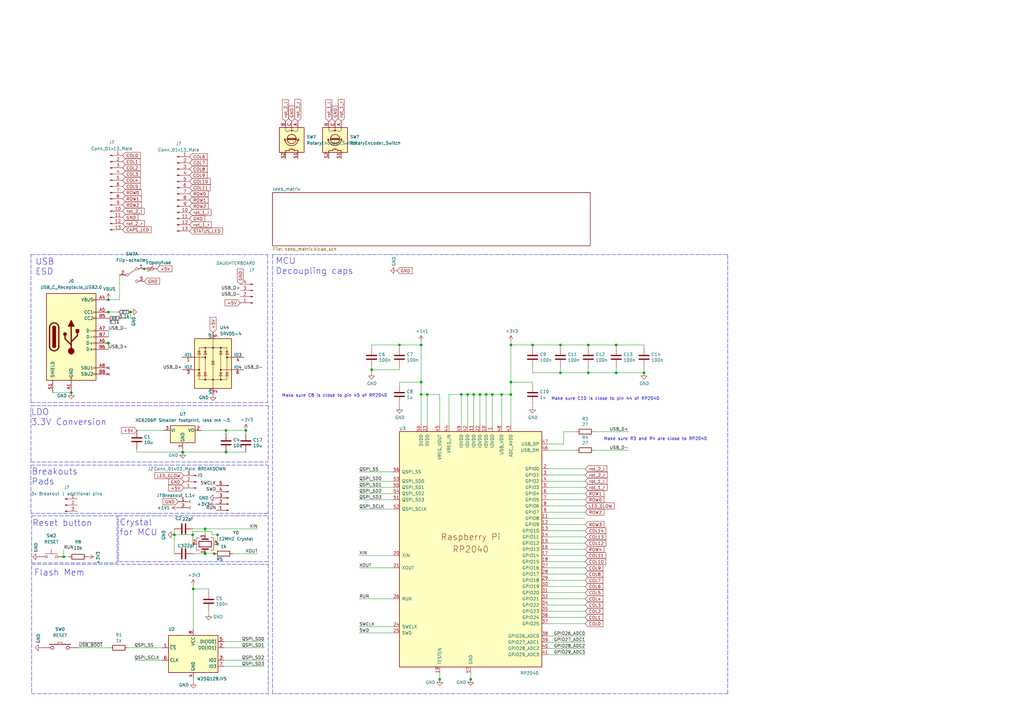
<source format=kicad_sch>
(kicad_sch (version 20211123) (generator eeschema)
  (paper "A3")
  (title_block (title "Rp2040 __template__") (date "2020-12-18") (rev "REV 0.1") (company "scattered_lenity.space"))
  (lib_symbols
    (symbol "Connector:Conn_01x02_Female" (pin_names (offset 1.016) hide)
      (property "Reference" "J" (at 0 2.54 0))
      (property "Value" "Conn_01x02_Female" (at 0 -5.08 0))
      (symbol "Conn_01x02_Female_1_1"
        (pin passive line (at -5.08 0 0) (length 3.81) (name "Pin_1") (number "1"))
        (pin passive line (at -5.08 -2.54 0) (length 3.81) (name "Pin_2") (number "2"))
      )
    )
    (symbol "Connector:Conn_01x03_Male" (pin_names (offset 1.016) hide)
      (property "Reference" "J" (at 0 5.08 0))
      (property "Value" "Conn_01x03_Male" (at 0 -5.08 0))
      (symbol "Conn_01x03_Male_1_1"
        (pin passive line (at 5.08 2.54 180) (length 3.81) (name "Pin_1") (number "1"))
        (pin passive line (at 5.08 0 180) (length 3.81) (name "Pin_2") (number "2"))
        (pin passive line (at 5.08 -2.54 180) (length 3.81) (name "Pin_3") (number "3"))
      )
    )
    (symbol "Connector:Conn_01x04_Male" (pin_names (offset 1.016) hide)
      (property "Reference" "J" (at 0 5.08 0))
      (property "Value" "Conn_01x04_Male" (at 0 -7.62 0))
      (symbol "Conn_01x04_Male_1_1"
        (pin passive line (at 5.08 2.54 180) (length 3.81) (name "Pin_1") (number "1"))
        (pin passive line (at 5.08 0 180) (length 3.81) (name "Pin_2") (number "2"))
        (pin passive line (at 5.08 -2.54 180) (length 3.81) (name "Pin_3") (number "3"))
        (pin passive line (at 5.08 -5.08 180) (length 3.81) (name "Pin_4") (number "4"))
      )
    )
    (symbol "Connector:Conn_01x05_Male" (pin_names (offset 1.016) hide)
      (property "Reference" "J" (at 0 7.62 0))
      (property "Value" "Conn_01x05_Male" (at 0 -7.62 0))
      (symbol "Conn_01x05_Male_1_1"
        (pin passive line (at 5.08 5.08 180) (length 3.81) (name "Pin_1") (number "1"))
        (pin passive line (at 5.08 2.54 180) (length 3.81) (name "Pin_2") (number "2"))
        (pin passive line (at 5.08 0 180) (length 3.81) (name "Pin_3") (number "3"))
        (pin passive line (at 5.08 -2.54 180) (length 3.81) (name "Pin_4") (number "4"))
        (pin passive line (at 5.08 -5.08 180) (length 3.81) (name "Pin_5") (number "5"))
      )
    )
    (symbol "Connector:Conn_01x13_Male" (pin_names (offset 1.016) hide)
      (property "Reference" "J" (at 0 17.78 0))
      (property "Value" "Conn_01x13_Male" (at 0 -17.78 0))
      (symbol "Conn_01x13_Male_1_1"
        (pin passive line (at 5.08 15.24 180) (length 3.81) (name "Pin_1") (number "1"))
        (pin passive line (at 5.08 -7.62 180) (length 3.81) (name "Pin_10") (number "10"))
        (pin passive line (at 5.08 -10.16 180) (length 3.81) (name "Pin_11") (number "11"))
        (pin passive line (at 5.08 -12.7 180) (length 3.81) (name "Pin_12") (number "12"))
        (pin passive line (at 5.08 -15.24 180) (length 3.81) (name "Pin_13") (number "13"))
        (pin passive line (at 5.08 12.7 180) (length 3.81) (name "Pin_2") (number "2"))
        (pin passive line (at 5.08 10.16 180) (length 3.81) (name "Pin_3") (number "3"))
        (pin passive line (at 5.08 7.62 180) (length 3.81) (name "Pin_4") (number "4"))
        (pin passive line (at 5.08 5.08 180) (length 3.81) (name "Pin_5") (number "5"))
        (pin passive line (at 5.08 2.54 180) (length 3.81) (name "Pin_6") (number "6"))
        (pin passive line (at 5.08 0 180) (length 3.81) (name "Pin_7") (number "7"))
        (pin passive line (at 5.08 -2.54 180) (length 3.81) (name "Pin_8") (number "8"))
        (pin passive line (at 5.08 -5.08 180) (length 3.81) (name "Pin_9") (number "9"))
      )
    )
    (symbol "Connector:USB_C_Receptacle_USB2.0" (pin_names (offset 1.016))
      (property "Reference" "J" (at -10.16 19.05 0))
      (property "Value" "USB_C_Receptacle_USB2.0" (at 19.05 19.05 0))
      (symbol "USB_C_Receptacle_USB2.0_1_1"
        (pin passive line (at 0 -22.86 90) (length 5.08) (name "GND") (number "A1"))
        (pin passive line (at 0 -22.86 90) (length 5.08) hide (name "GND") (number "A12"))
        (pin passive line (at 15.24 15.24 180) (length 5.08) (name "VBUS") (number "A4"))
        (pin bidirectional line (at 15.24 10.16 180) (length 5.08) (name "CC1") (number "A5"))
        (pin bidirectional line (at 15.24 -2.54 180) (length 5.08) (name "D+") (number "A6"))
        (pin bidirectional line (at 15.24 2.54 180) (length 5.08) (name "D-") (number "A7"))
        (pin bidirectional line (at 15.24 -12.7 180) (length 5.08) (name "SBU1") (number "A8"))
        (pin passive line (at 15.24 15.24 180) (length 5.08) hide (name "VBUS") (number "A9"))
        (pin passive line (at 0 -22.86 90) (length 5.08) hide (name "GND") (number "B1"))
        (pin passive line (at 0 -22.86 90) (length 5.08) hide (name "GND") (number "B12"))
        (pin passive line (at 15.24 15.24 180) (length 5.08) hide (name "VBUS") (number "B4"))
        (pin bidirectional line (at 15.24 7.62 180) (length 5.08) (name "CC2") (number "B5"))
        (pin bidirectional line (at 15.24 -5.08 180) (length 5.08) (name "D+") (number "B6"))
        (pin bidirectional line (at 15.24 0 180) (length 5.08) (name "D-") (number "B7"))
        (pin bidirectional line (at 15.24 -15.24 180) (length 5.08) (name "SBU2") (number "B8"))
        (pin passive line (at 15.24 15.24 180) (length 5.08) hide (name "VBUS") (number "B9"))
        (pin passive line (at -7.62 -22.86 90) (length 5.08) (name "SHIELD") (number "S1"))
      )
    )
    (symbol "Device:C" (pin_numbers hide) (pin_names (offset 0.254))
      (property "Reference" "C" (at 0.635 2.54 0))
      (property "Value" "C" (at 0.635 -2.54 0))
      (symbol "C_1_1"
        (pin passive line (at 0 3.81 270) (length 2.794) (name "~") (number "1"))
        (pin passive line (at 0 -3.81 90) (length 2.794) (name "~") (number "2"))
      )
    )
    (symbol "Device:Crystal_GND24" (pin_names (offset 1.016) hide)
      (property "Reference" "Y" (at 3.175 5.08 0))
      (property "Value" "Crystal_GND24" (at 3.175 3.175 0))
      (symbol "Crystal_GND24_1_1"
        (pin passive line (at -3.81 0 0) (length 1.27) (name "1") (number "1"))
        (pin passive line (at 0 5.08 270) (length 1.27) (name "2") (number "2"))
        (pin passive line (at 3.81 0 180) (length 1.27) (name "3") (number "3"))
        (pin passive line (at 0 -5.08 90) (length 1.27) (name "4") (number "4"))
      )
    )
    (symbol "Device:Polyfuse_Small" (pin_numbers hide) (pin_names (offset 0))
      (property "Reference" "F" (at -1.905 0 90))
      (property "Value" "Polyfuse_Small" (at 1.905 0 90))
      (symbol "Polyfuse_Small_1_1"
        (pin passive line (at 0 2.54 270) (length 0.635) (name "~") (number "1"))
        (pin passive line (at 0 -2.54 90) (length 0.635) (name "~") (number "2"))
      )
    )
    (symbol "Device:R" (pin_numbers hide) (pin_names (offset 0))
      (property "Reference" "R" (at 2.032 0 90))
      (property "Value" "R" (at 0 0 90))
      (symbol "R_1_1"
        (pin passive line (at 0 3.81 270) (length 1.27) (name "~") (number "1"))
        (pin passive line (at 0 -3.81 90) (length 1.27) (name "~") (number "2"))
      )
    )
    (symbol "Device:R_Small" (pin_numbers hide) (pin_names (offset 0.254) hide)
      (property "Reference" "R" (at 0.762 0.508 0))
      (property "Value" "R_Small" (at 0.762 -1.016 0))
      (symbol "R_Small_1_1"
        (pin passive line (at 0 2.54 270) (length 0.762) (name "~") (number "1"))
        (pin passive line (at 0 -2.54 90) (length 0.762) (name "~") (number "2"))
      )
    )
    (symbol "Device:RotaryEncoder_Switch" (pin_names (offset 0.254) hide)
      (property "Reference" "SW" (at 0 6.604 0))
      (property "Value" "RotaryEncoder_Switch" (at 0 -6.604 0))
      (symbol "RotaryEncoder_Switch_1_1"
        (pin passive line (at -7.62 2.54 0) (length 2.54) (name "A") (number "A"))
        (pin passive line (at -7.62 -2.54 0) (length 2.54) (name "B") (number "B"))
        (pin passive line (at -7.62 0 0) (length 2.54) (name "C") (number "C"))
        (pin passive line (at 7.62 2.54 180) (length 2.54) (name "S1") (number "S1"))
        (pin passive line (at 7.62 -2.54 180) (length 2.54) (name "S2") (number "S2"))
      )
    )
    (symbol "MCU_RaspberryPi_RP2040:RP2040" (pin_names (offset 1.016))
      (property "Reference" "U" (at -29.21 49.53 0))
      (property "Value" "RP2040" (at 24.13 -49.53 0))
      (symbol "RP2040_0_0"
        (text "Raspberry Pi" (at 0 5.08 0) (effects (font (size 2.54 2.54))))
        (text "RP2040" (at 0 0 0) (effects (font (size 2.54 2.54))))
      )
      (symbol "RP2040_1_1"
        (pin power_in line (at 8.89 50.8 270) (length 2.54) (name "IOVDD") (number "1"))
        (pin power_in line (at 6.35 50.8 270) (length 2.54) (name "IOVDD") (number "10"))
        (pin bidirectional line (at 31.75 12.7 180) (length 2.54) (name "GPIO8") (number "11"))
        (pin bidirectional line (at 31.75 10.16 180) (length 2.54) (name "GPIO9") (number "12"))
        (pin bidirectional line (at 31.75 7.62 180) (length 2.54) (name "GPIO10") (number "13"))
        (pin bidirectional line (at 31.75 5.08 180) (length 2.54) (name "GPIO11") (number "14"))
        (pin bidirectional line (at 31.75 2.54 180) (length 2.54) (name "GPIO12") (number "15"))
        (pin bidirectional line (at 31.75 0 180) (length 2.54) (name "GPIO13") (number "16"))
        (pin bidirectional line (at 31.75 -2.54 180) (length 2.54) (name "GPIO14") (number "17"))
        (pin bidirectional line (at 31.75 -5.08 180) (length 2.54) (name "GPIO15") (number "18"))
        (pin passive line (at -12.7 -50.8 90) (length 2.54) (name "TESTEN") (number "19"))
        (pin bidirectional line (at 31.75 33.02 180) (length 2.54) (name "GPIO0") (number "2"))
        (pin input line (at -31.75 -2.54 0) (length 2.54) (name "XIN") (number "20"))
        (pin passive line (at -31.75 -7.62 0) (length 2.54) (name "XOUT") (number "21"))
        (pin power_in line (at 3.81 50.8 270) (length 2.54) (name "IOVDD") (number "22"))
        (pin power_in line (at -17.78 50.8 270) (length 2.54) (name "DVDD") (number "23"))
        (pin output line (at -31.75 -31.75 0) (length 2.54) (name "SWCLK") (number "24"))
        (pin bidirectional line (at -31.75 -34.29 0) (length 2.54) (name "SWD") (number "25"))
        (pin input line (at -31.75 -20.32 0) (length 2.54) (name "RUN") (number "26"))
        (pin bidirectional line (at 31.75 -7.62 180) (length 2.54) (name "GPIO16") (number "27"))
        (pin bidirectional line (at 31.75 -10.16 180) (length 2.54) (name "GPIO17") (number "28"))
        (pin bidirectional line (at 31.75 -12.7 180) (length 2.54) (name "GPIO18") (number "29"))
        (pin bidirectional line (at 31.75 30.48 180) (length 2.54) (name "GPIO1") (number "3"))
        (pin bidirectional line (at 31.75 -15.24 180) (length 2.54) (name "GPIO19") (number "30"))
        (pin bidirectional line (at 31.75 -17.78 180) (length 2.54) (name "GPIO20") (number "31"))
        (pin bidirectional line (at 31.75 -20.32 180) (length 2.54) (name "GPIO21") (number "32"))
        (pin power_in line (at 1.27 50.8 270) (length 2.54) (name "IOVDD") (number "33"))
        (pin bidirectional line (at 31.75 -22.86 180) (length 2.54) (name "GPIO22") (number "34"))
        (pin bidirectional line (at 31.75 -25.4 180) (length 2.54) (name "GPIO23") (number "35"))
        (pin bidirectional line (at 31.75 -27.94 180) (length 2.54) (name "GPIO24") (number "36"))
        (pin bidirectional line (at 31.75 -30.48 180) (length 2.54) (name "GPIO25") (number "37"))
        (pin bidirectional line (at 31.75 -35.56 180) (length 2.54) (name "GPIO26_ADC0") (number "38"))
        (pin bidirectional line (at 31.75 -38.1 180) (length 2.54) (name "GPIO27_ADC1") (number "39"))
        (pin bidirectional line (at 31.75 27.94 180) (length 2.54) (name "GPIO2") (number "4"))
        (pin bidirectional line (at 31.75 -40.64 180) (length 2.54) (name "GPIO28_ADC2") (number "40"))
        (pin bidirectional line (at 31.75 -43.18 180) (length 2.54) (name "GPIO29_ADC3") (number "41"))
        (pin power_in line (at -1.27 50.8 270) (length 2.54) (name "IOVDD") (number "42"))
        (pin power_in line (at 16.51 50.8 270) (length 2.54) (name "ADC_AVDD") (number "43"))
        (pin power_in line (at -8.89 50.8 270) (length 2.54) (name "VREG_IN") (number "44"))
        (pin power_out line (at -12.7 50.8 270) (length 2.54) (name "VREG_VOUT") (number "45"))
        (pin bidirectional line (at 31.75 40.64 180) (length 2.54) (name "USB_DM") (number "46"))
        (pin bidirectional line (at 31.75 43.18 180) (length 2.54) (name "USB_DP") (number "47"))
        (pin power_in line (at 12.7 50.8 270) (length 2.54) (name "USB_VDD") (number "48"))
        (pin power_in line (at -3.81 50.8 270) (length 2.54) (name "IOVDD") (number "49"))
        (pin bidirectional line (at 31.75 25.4 180) (length 2.54) (name "GPIO3") (number "5"))
        (pin power_in line (at -20.32 50.8 270) (length 2.54) (name "DVDD") (number "50"))
        (pin bidirectional line (at -31.75 20.32 0) (length 2.54) (name "QSPI_SD3") (number "51"))
        (pin output line (at -31.75 16.51 0) (length 2.54) (name "QSPI_SCLK") (number "52"))
        (pin bidirectional line (at -31.75 27.94 0) (length 2.54) (name "QSPI_SD0") (number "53"))
        (pin bidirectional line (at -31.75 22.86 0) (length 2.54) (name "QSPI_SD2") (number "54"))
        (pin bidirectional line (at -31.75 25.4 0) (length 2.54) (name "QSPI_SD1") (number "55"))
        (pin bidirectional line (at -31.75 31.75 0) (length 2.54) (name "QSPI_SS") (number "56"))
        (pin power_in line (at 0 -50.8 90) (length 2.54) (name "GND") (number "57"))
        (pin bidirectional line (at 31.75 22.86 180) (length 2.54) (name "GPIO4") (number "6"))
        (pin bidirectional line (at 31.75 20.32 180) (length 2.54) (name "GPIO5") (number "7"))
        (pin bidirectional line (at 31.75 17.78 180) (length 2.54) (name "GPIO6") (number "8"))
        (pin bidirectional line (at 31.75 15.24 180) (length 2.54) (name "GPIO7") (number "9"))
      )
    )
    (symbol "Memory_Flash:W25Q128JVS"
      (property "Reference" "U" (at -8.89 8.89 0))
      (property "Value" "W25Q128JVS" (at 7.62 8.89 0))
      (symbol "W25Q128JVS_1_1"
        (pin input line (at -12.7 2.54 0) (length 2.54) (name "~{CS}") (number "1"))
        (pin bidirectional line (at 12.7 2.54 180) (length 2.54) (name "DO(IO1)") (number "2"))
        (pin bidirectional line (at 12.7 -2.54 180) (length 2.54) (name "IO2") (number "3"))
        (pin power_in line (at 0 -10.16 90) (length 2.54) (name "GND") (number "4"))
        (pin bidirectional line (at 12.7 5.08 180) (length 2.54) (name "DI(IO0)") (number "5"))
        (pin input line (at -12.7 -2.54 0) (length 2.54) (name "CLK") (number "6"))
        (pin bidirectional line (at 12.7 -5.08 180) (length 2.54) (name "IO3") (number "7"))
        (pin power_in line (at 0 10.16 270) (length 2.54) (name "VCC") (number "8"))
      )
    )
    (symbol "Power_Protection:SRV05-4" (pin_names (offset 0))
      (property "Reference" "U" (at -5.08 11.43 0))
      (property "Value" "SRV05-4" (at 2.54 11.43 0))
      (symbol "SRV05-4_1_1"
        (pin passive line (at -12.7 2.54 0) (length 5.08) (name "IO1") (number "1"))
        (pin passive line (at 0 -12.7 90) (length 2.54) (name "VN") (number "2"))
        (pin passive line (at -12.7 -2.54 0) (length 5.08) (name "IO2") (number "3"))
        (pin passive line (at 12.7 2.54 180) (length 5.08) (name "IO3") (number "4"))
        (pin passive line (at 0 12.7 270) (length 2.54) (name "VP") (number "5"))
        (pin passive line (at 12.7 -2.54 180) (length 5.08) (name "IO4") (number "6"))
      )
    )
    (symbol "Regulator_Linear:XC6206PxxxMR" (pin_names (offset 0.254))
      (property "Reference" "U" (at -3.81 3.175 0))
      (property "Value" "XC6206PxxxMR" (at 0 3.175 0))
      (symbol "XC6206PxxxMR_1_1"
        (pin power_in line (at 0 -7.62 90) (length 2.54) (name "GND") (number "1"))
        (pin power_out line (at 7.62 0 180) (length 2.54) (name "VO") (number "2"))
        (pin power_in line (at -7.62 0 0) (length 2.54) (name "VI") (number "3"))
      )
    )
    (symbol "Switch:SW_DPDT_x2" (pin_names (offset 0) hide)
      (property "Reference" "SW" (at 0 4.318 0))
      (property "Value" "SW_DPDT_x2" (at 0 -5.08 0))
      (symbol "SW_DPDT_x2_1_1"
        (pin passive line (at 5.08 2.54 180) (length 2.54) (name "A") (number "1"))
        (pin passive line (at -5.08 0 0) (length 2.54) (name "B") (number "2"))
        (pin passive line (at 5.08 -2.54 180) (length 2.54) (name "C") (number "3"))
      )
      (symbol "SW_DPDT_x2_2_1"
        (pin passive line (at 5.08 2.54 180) (length 2.54) (name "A") (number "4"))
        (pin passive line (at -5.08 0 0) (length 2.54) (name "B") (number "5"))
        (pin passive line (at 5.08 -2.54 180) (length 2.54) (name "C") (number "6"))
      )
    )
    (symbol "Switch:SW_Push" (pin_numbers hide) (pin_names (offset 1.016) hide)
      (property "Reference" "SW" (at 1.27 2.54 0))
      (property "Value" "SW_Push" (at 0 -1.524 0))
      (symbol "SW_Push_0_1"
        (pin passive line (at -5.08 0 0) (length 2.54) (name "1") (number "1"))
        (pin passive line (at 5.08 0 180) (length 2.54) (name "2") (number "2"))
      )
    )
    (symbol "cipulot_parts:SW_PUSH" (pin_numbers hide) (pin_names (offset 1.016) hide)
      (property "Reference" "SW" (at 3.81 2.794 0))
      (property "Value" "SW_PUSH" (at 0 -2.032 0))
      (symbol "SW_PUSH_0_1"
        (pin passive inverted (at -7.62 0 0) (length 5.08) (name "1") (number "1"))
        (pin passive inverted (at 7.62 0 180) (length 5.08) (name "2") (number "2"))
      )
    )
    (symbol "power:+1V1" (power) (pin_names (offset 0))
      (property "Value" "+1V1" (at 0 3.556 0))
      (symbol "+1V1_1_1"
        (pin power_in line (at 0 0 90) (length 0) hide (name "+1V1") (number "1"))
      )
    )
    (symbol "power:+3V3" (power) (pin_names (offset 0))
      (property "Value" "+3V3" (at 0 3.556 0))
      (symbol "+3V3_1_1"
        (pin power_in line (at 0 0 90) (length 0) hide (name "+3V3") (number "1"))
      )
    )
    (symbol "power:GND" (power) (pin_names (offset 0))
      (property "Value" "GND" (at 0 -3.81 0))
      (symbol "GND_1_1"
        (pin power_in line (at 0 0 270) (length 0) hide (name "GND") (number "1"))
      )
    )
    (symbol "power:VBUS" (power) (pin_names (offset 0))
      (property "Value" "VBUS" (at 0 3.81 0))
      (symbol "VBUS_1_1"
        (pin power_in line (at 0 0 90) (length 0) hide (name "VBUS") (number "1"))
      )
    )
  )
  (junction (at 209.55 156.718))
  (junction (at 44.45 122.936))
  (junction (at 241.3 152.908))
  (junction (at 189.23 161.798))
  (junction (at 191.77 161.798))
  (junction (at 44.45 140.716))
  (junction (at 92.71 185.42))
  (junction (at 29.21 161.036))
  (junction (at 100.838 176.53))
  (junction (at 79.248 241.554))
  (junction (at 194.31 161.798))
  (junction (at 71.5264 219.3544))
  (junction (at 84.1248 216.916))
  (junction (at 84.1248 226.9744))
  (junction (at 53.5432 127.9652))
  (junction (at 44.45 128.016))
  (junction (at 205.74 161.798))
  (junction (at 89.2048 223.1644))
  (junction (at 79.0448 219.3544))
  (junction (at 241.3 141.478))
  (junction (at 196.85 161.798))
  (junction (at 172.72 141.478))
  (junction (at 172.72 161.798))
  (junction (at 163.83 141.478))
  (junction (at 252.73 141.478))
  (junction (at 74.93 185.42))
  (junction (at 152.4 151.638))
  (junction (at 264.16 152.908))
  (junction (at 180.34 278.6126))
  (junction (at 193.04 278.6126))
  (junction (at 175.26 161.798))
  (junction (at 59.182 110.236))
  (junction (at 26.162 228.346))
  (junction (at 201.93 161.798))
  (junction (at 209.55 161.798))
  (junction (at 172.72 156.718))
  (junction (at 89.2302 219.3544))
  (junction (at 209.55 141.478))
  (junction (at 74.93 185.5216))
  (junction (at 44.5262 140.6906))
  (junction (at 84.1248 227.076))
  (junction (at 87.884 227.076))
  (junction (at 252.73 152.908))
  (junction (at 92.71 176.53))
  (junction (at 218.44 141.478))
  (junction (at 229.87 152.908))
  (junction (at 199.39 161.798))
  (junction (at 229.87 141.478))
  (no_connect (at 44.45 153.416))
  (no_connect (at 44.45 150.876))
  (wire (pts (xy 161.29 257.048) (xy 147.32 257.048)))
  (wire (pts (xy 79.1464 227.076) (xy 84.1248 227.076)))
  (wire (pts (xy 147.32 202.438) (xy 161.29 202.438)))
  (wire (pts (xy 224.79 220.218) (xy 240.03 220.218)))
  (wire (pts (xy 224.79 199.898) (xy 240.03 199.898)))
  (wire (pts (xy 201.93 161.798) (xy 205.74 161.798)))
  (wire (pts (xy 59.182 110.2614) (xy 59.182 110.236)))
  (wire (pts (xy 229.87 142.748) (xy 229.87 141.478)))
  (polyline (pts (xy 12.7 189.484) (xy 12.7 166.37)))
  (wire (pts (xy 85.598 241.554) (xy 79.248 241.554)))
  (wire (pts (xy 224.79 194.818) (xy 240.03 194.818)))
  (wire (pts (xy 82.55 176.53) (xy 92.71 176.53)))
  (wire (pts (xy 180.34 161.798) (xy 175.26 161.798)))
  (wire (pts (xy 147.32 197.358) (xy 161.29 197.358)))
  (wire (pts (xy 91.948 270.764) (xy 108.458 270.764)))
  (wire (pts (xy 147.32 199.898) (xy 161.29 199.898)))
  (polyline (pts (xy 12.7 210.566) (xy 12.7 190.754)))
  (wire (pts (xy 79.248 240.284) (xy 79.248 241.554)))
  (wire (pts (xy 199.39 174.498) (xy 199.39 161.798)))
  (wire (pts (xy 74.93 185.42) (xy 74.93 185.5216)))
  (wire (pts (xy 196.85 161.798) (xy 199.39 161.798)))
  (wire (pts (xy 86.9442 217.932) (xy 79.0448 217.932)))
  (wire (pts (xy 163.83 157.988) (xy 163.83 156.718)))
  (polyline (pts (xy 111.76 104.394) (xy 111.76 284.48)))
  (polyline (pts (xy 48.514 230.378) (xy 48.514 211.582)))
  (polyline (pts (xy 12.954 230.886) (xy 48.006 230.886)))
  (wire (pts (xy 53.5686 127.9652) (xy 53.5432 127.9652)))
  (wire (pts (xy 172.72 140.208) (xy 172.72 141.478)))
  (wire (pts (xy 180.34 276.098) (xy 180.34 278.6126)))
  (wire (pts (xy 224.79 222.758) (xy 240.03 222.758)))
  (wire (pts (xy 218.44 150.368) (xy 218.44 152.908)))
  (wire (pts (xy 100.838 177.8) (xy 100.838 176.53)))
  (polyline (pts (xy 12.954 283.972) (xy 12.954 231.394)))
  (wire (pts (xy 224.79 260.858) (xy 240.03 260.858)))
  (wire (pts (xy 71.5264 216.916) (xy 71.5264 219.3544)))
  (wire (pts (xy 175.26 174.498) (xy 175.26 161.798)))
  (wire (pts (xy 26.162 228.346) (xy 28.194 228.346)))
  (wire (pts (xy 224.79 268.478) (xy 240.03 268.478)))
  (wire (pts (xy 224.79 212.598) (xy 240.03 212.598)))
  (wire (pts (xy 44.45 127.9652) (xy 44.45 128.016)))
  (wire (pts (xy 209.55 156.718) (xy 218.44 156.718)))
  (wire (pts (xy 89.2048 223.1644) (xy 89.2302 223.1644)))
  (polyline (pts (xy 12.7 165.1) (xy 12.7 104.394)))
  (wire (pts (xy 44.958 265.684) (xy 32.258 265.684)))
  (wire (pts (xy 209.55 140.208) (xy 209.55 141.478)))
  (wire (pts (xy 264.16 150.368) (xy 264.16 152.908)))
  (wire (pts (xy 44.45 140.716) (xy 44.45 143.256)))
  (wire (pts (xy 193.04 276.098) (xy 193.04 278.6126)))
  (wire (pts (xy 224.79 182.118) (xy 231.14 182.118)))
  (polyline (pts (xy 109.982 231.394) (xy 109.982 284.48)))
  (wire (pts (xy 224.79 207.518) (xy 240.03 207.518)))
  (wire (pts (xy 218.44 141.478) (xy 229.87 141.478)))
  (wire (pts (xy 224.79 243.078) (xy 240.03 243.078)))
  (wire (pts (xy 89.2302 219.3544) (xy 86.9442 219.3544)))
  (wire (pts (xy 224.79 210.058) (xy 240.03 210.058)))
  (wire (pts (xy 224.79 263.398) (xy 240.03 263.398)))
  (wire (pts (xy 56.134 185.42) (xy 74.93 185.42)))
  (polyline (pts (xy 12.954 284.48) (xy 109.982 284.48)))
  (wire (pts (xy 56.134 176.53) (xy 67.31 176.53)))
  (wire (pts (xy 26.162 225.552) (xy 26.162 228.346)))
  (wire (pts (xy 91.948 265.684) (xy 108.458 265.684)))
  (wire (pts (xy 224.79 184.658) (xy 236.22 184.658)))
  (wire (pts (xy 224.79 265.938) (xy 240.03 265.938)))
  (wire (pts (xy 209.55 161.798) (xy 209.55 174.498)))
  (polyline (pts (xy 109.982 211.582) (xy 109.982 230.378)))
  (wire (pts (xy 87.884 226.9744) (xy 87.884 227.076)))
  (wire (pts (xy 86.9442 219.3544) (xy 86.9442 217.932)))
  (polyline (pts (xy 12.7 166.37) (xy 109.982 166.37)))
  (wire (pts (xy 79.0448 223.1644) (xy 79.0448 219.3544)))
  (wire (pts (xy 85.598 250.444) (xy 85.598 251.714)))
  (wire (pts (xy 84.1248 216.916) (xy 105.664 216.916)))
  (wire (pts (xy 49.53 130.556) (xy 53.5686 130.556)))
  (wire (pts (xy 180.34 174.498) (xy 180.34 161.798)))
  (wire (pts (xy 264.16 142.748) (xy 264.16 141.478)))
  (wire (pts (xy 224.79 232.918) (xy 240.03 232.918)))
  (wire (pts (xy 229.87 150.368) (xy 229.87 152.908)))
  (wire (pts (xy 79.248 241.554) (xy 79.248 258.064)))
  (wire (pts (xy 163.83 141.478) (xy 172.72 141.478)))
  (wire (pts (xy 152.4 141.478) (xy 163.83 141.478)))
  (wire (pts (xy 241.3 152.908) (xy 229.87 152.908)))
  (wire (pts (xy 224.79 240.538) (xy 240.03 240.538)))
  (polyline (pts (xy 109.728 104.394) (xy 109.728 165.1)))
  (polyline (pts (xy 12.7 165.1) (xy 109.728 165.1)))
  (wire (pts (xy 229.87 141.478) (xy 241.3 141.478)))
  (wire (pts (xy 172.72 161.798) (xy 172.72 174.498)))
  (wire (pts (xy 189.23 174.498) (xy 189.23 161.798)))
  (wire (pts (xy 89.2556 219.3544) (xy 89.2302 219.3544)))
  (wire (pts (xy 224.79 248.158) (xy 240.03 248.158)))
  (wire (pts (xy 201.93 161.798) (xy 201.93 174.498)))
  (wire (pts (xy 85.598 242.824) (xy 85.598 241.554)))
  (polyline (pts (xy 109.982 210.566) (xy 12.7 210.566)))
  (polyline (pts (xy 12.954 230.886) (xy 12.954 211.582)))
  (polyline (pts (xy 12.7 190.754) (xy 109.982 190.754)))
  (wire (pts (xy 161.29 259.588) (xy 147.32 259.588)))
  (wire (pts (xy 74.93 184.15) (xy 74.93 185.42)))
  (wire (pts (xy 191.77 161.798) (xy 194.31 161.798)))
  (wire (pts (xy 193.04 278.6126) (xy 193.04 278.638)))
  (wire (pts (xy 224.79 202.438) (xy 240.03 202.438)))
  (wire (pts (xy 21.59 161.036) (xy 29.21 161.036)))
  (polyline (pts (xy 109.982 230.378) (xy 48.514 230.378)))
  (wire (pts (xy 95.504 227.076) (xy 105.664 227.076)))
  (wire (pts (xy 100.838 176.53) (xy 92.71 176.53)))
  (polyline (pts (xy 12.954 211.582) (xy 48.006 211.582)))
  (wire (pts (xy 224.79 197.358) (xy 240.03 197.358)))
  (wire (pts (xy 55.118 270.764) (xy 66.548 270.764)))
  (wire (pts (xy 218.44 142.748) (xy 218.44 141.478)))
  (wire (pts (xy 224.79 204.978) (xy 240.03 204.978)))
  (polyline (pts (xy 12.954 231.394) (xy 109.982 231.394)))
  (wire (pts (xy 49.022 122.936) (xy 49.022 112.776)))
  (wire (pts (xy 163.83 151.638) (xy 163.83 150.368)))
  (wire (pts (xy 218.44 157.988) (xy 218.44 156.718)))
  (wire (pts (xy 231.14 177.038) (xy 231.14 182.118)))
  (polyline (pts (xy 12.7 104.394) (xy 109.728 104.394)))
  (wire (pts (xy 241.3 150.368) (xy 241.3 152.908)))
  (polyline (pts (xy 109.982 190.754) (xy 109.982 210.566)))
  (wire (pts (xy 74.93 185.42) (xy 92.71 185.42)))
  (wire (pts (xy 44.45 135.636) (xy 44.45 138.176)))
  (polyline (pts (xy 111.76 284.48) (xy 298.45 284.48)))
  (wire (pts (xy 252.73 141.478) (xy 264.16 141.478)))
  (wire (pts (xy 194.31 161.798) (xy 196.85 161.798)))
  (wire (pts (xy 224.79 253.238) (xy 240.03 253.238)))
  (wire (pts (xy 71.5264 219.3544) (xy 79.0448 219.3544)))
  (wire (pts (xy 44.5262 140.6906) (xy 44.45 140.6906)))
  (wire (pts (xy 209.55 156.718) (xy 209.55 161.798)))
  (wire (pts (xy 241.3 141.478) (xy 252.73 141.478)))
  (wire (pts (xy 161.29 232.918) (xy 147.32 232.918)))
  (wire (pts (xy 152.4 151.638) (xy 163.83 151.638)))
  (wire (pts (xy 89.2302 219.3544) (xy 89.2302 223.1644)))
  (wire (pts (xy 92.71 185.42) (xy 100.838 185.42)))
  (wire (pts (xy 52.578 265.684) (xy 66.548 265.684)))
  (wire (pts (xy 252.73 142.748) (xy 252.73 141.478)))
  (wire (pts (xy 84.1248 227.076) (xy 84.1248 226.9744)))
  (wire (pts (xy 241.3 142.748) (xy 241.3 141.478)))
  (wire (pts (xy 224.79 237.998) (xy 240.03 237.998)))
  (wire (pts (xy 264.16 152.908) (xy 252.73 152.908)))
  (polyline (pts (xy 48.006 211.582) (xy 48.006 230.886)))
  (wire (pts (xy 243.84 177.038) (xy 257.81 177.038)))
  (wire (pts (xy 48.4632 127.9652) (xy 44.45 127.9652)))
  (wire (pts (xy 191.77 174.498) (xy 191.77 161.798)))
  (wire (pts (xy 92.71 177.8) (xy 92.71 176.53)))
  (polyline (pts (xy 298.45 284.48) (xy 298.45 104.394)))
  (wire (pts (xy 71.5264 219.3544) (xy 71.5264 227.076)))
  (wire (pts (xy 152.4 142.748) (xy 152.4 141.478)))
  (wire (pts (xy 205.74 174.498) (xy 205.74 161.798)))
  (wire (pts (xy 172.72 156.718) (xy 172.72 161.798)))
  (wire (pts (xy 224.79 255.778) (xy 240.03 255.778)))
  (wire (pts (xy 91.948 273.304) (xy 108.458 273.304)))
  (wire (pts (xy 152.4 150.368) (xy 152.4 151.638)))
  (wire (pts (xy 79.248 278.384) (xy 79.248 279.654)))
  (wire (pts (xy 161.29 245.618) (xy 147.32 245.618)))
  (wire (pts (xy 184.15 174.498) (xy 184.15 161.798)))
  (wire (pts (xy 79.0448 217.932) (xy 79.0448 219.3544)))
  (wire (pts (xy 180.34 278.6126) (xy 180.34 278.638)))
  (wire (pts (xy 224.79 227.838) (xy 240.03 227.838)))
  (wire (pts (xy 224.79 215.138) (xy 240.03 215.138)))
  (wire (pts (xy 224.79 235.458) (xy 240.03 235.458)))
  (wire (pts (xy 196.85 174.498) (xy 196.85 161.798)))
  (wire (pts (xy 194.31 174.498) (xy 194.31 161.798)))
  (polyline (pts (xy 109.982 166.37) (xy 109.982 189.484)))
  (wire (pts (xy 84.1248 226.9744) (xy 87.884 226.9744)))
  (wire (pts (xy 44.45 122.936) (xy 49.022 122.936)))
  (polyline (pts (xy 48.514 211.582) (xy 109.982 211.582)))
  (wire (pts (xy 44.45 140.6906) (xy 44.45 140.716)))
  (wire (pts (xy 209.55 141.478) (xy 209.55 156.718)))
  (wire (pts (xy 184.15 161.798) (xy 189.23 161.798)))
  (polyline (pts (xy 298.45 104.394) (xy 111.76 104.394)))
  (wire (pts (xy 224.79 225.298) (xy 240.03 225.298)))
  (wire (pts (xy 224.79 217.678) (xy 240.03 217.678)))
  (wire (pts (xy 163.83 165.608) (xy 163.83 166.878)))
  (wire (pts (xy 163.83 142.748) (xy 163.83 141.478)))
  (wire (pts (xy 53.5686 130.556) (xy 53.5686 127.9652)))
  (wire (pts (xy 56.134 184.15) (xy 56.134 185.42)))
  (wire (pts (xy 252.73 150.368) (xy 252.73 152.908)))
  (wire (pts (xy 147.32 204.978) (xy 161.29 204.978)))
  (wire (pts (xy 224.79 250.698) (xy 240.03 250.698)))
  (wire (pts (xy 224.79 245.618) (xy 240.03 245.618)))
  (wire (pts (xy 205.74 161.798) (xy 209.55 161.798)))
  (wire (pts (xy 152.4 151.638) (xy 152.4 152.908)))
  (wire (pts (xy 252.73 152.908) (xy 241.3 152.908)))
  (wire (pts (xy 84.1248 216.916) (xy 84.1248 219.3544)))
  (wire (pts (xy 224.79 192.278) (xy 240.03 192.278)))
  (polyline (pts (xy 12.7 189.484) (xy 109.982 189.484)))
  (wire (pts (xy 209.55 141.478) (xy 218.44 141.478)))
  (wire (pts (xy 79.1464 216.916) (xy 84.1248 216.916)))
  (wire (pts (xy 163.83 156.718) (xy 172.72 156.718)))
  (wire (pts (xy 161.29 193.548) (xy 147.32 193.548)))
  (wire (pts (xy 147.32 227.838) (xy 161.29 227.838)))
  (wire (pts (xy 199.39 161.798) (xy 201.93 161.798)))
  (wire (pts (xy 172.72 141.478) (xy 172.72 156.718)))
  (wire (pts (xy 229.87 152.908) (xy 218.44 152.908)))
  (wire (pts (xy 91.948 263.144) (xy 108.458 263.144)))
  (wire (pts (xy 161.29 208.788) (xy 147.32 208.788)))
  (wire (pts (xy 189.23 161.798) (xy 191.77 161.798)))
  (wire (pts (xy 224.79 230.378) (xy 240.03 230.378)))
  (wire (pts (xy 231.14 177.038) (xy 236.22 177.038)))
  (wire (pts (xy 218.44 165.608) (xy 218.44 166.878)))
  (wire (pts (xy 243.84 184.658) (xy 257.81 184.658)))
  (wire (pts (xy 175.26 161.798) (xy 172.72 161.798)))
  (text "USB\nESD" (at 14.478 113.03 0) (effects (font (size 2.54 2.54)) (justify left bottom)))
  (text "Make sure C8 is close to pin 45 of RP2040" (at 115.57 163.068 0) (effects (font (size 1.27 1.27)) (justify left bottom)))
  (text "Breakouts\nPads\n" (at 12.954 199.136 0) (effects (font (size 2.54 2.54)) (justify left bottom)))
  (text "Make sure R3 and R4 are close to RP2040" (at 247.65 180.848 0) (effects (font (size 1.27 1.27)) (justify left bottom)))
  (text "Crystal\nfor MCU" (at 49.022 219.964 0) (effects (font (size 2.54 2.54)) (justify left bottom)))
  (text "Flash Mem " (at 13.97 236.474 0) (effects (font (size 2.54 2.54)) (justify left bottom)))
  (text "MCU\nDecoupling caps " (at 113.03 112.776 0) (effects (font (size 2.54 2.54)) (justify left bottom)))
  (text "Make sure C10 is close to pin 44 of RP2040" (at 226.06 164.338 0) (effects (font (size 1.27 1.27)) (justify left bottom)))
  (text "Reset button\n" (at 13.208 216.154 0) (effects (font (size 2.54 2.54)) (justify left bottom)))
  (text "LDO\n3.3V Conversion\n" (at 12.7 174.752 0) (effects (font (size 2.54 2.54)) (justify left bottom)))
  (label "RUN" (at 88.646 209.296 180))
  (label "QSPI_SD2" (at 108.458 270.764 180))
  (label "USB_D-" (at 98.552 121.666 180))
  (label "XIN" (at 147.32 227.838 0))
  (label "QSPI_SS" (at 55.118 265.684 0))
  (label "USB_D+" (at 98.552 119.126 180))
  (label "RUN" (at 147.32 245.618 0))
  (label "RUN" (at 26.162 225.552 0))
  (label "SWD" (at 88.646 201.676 180))
  (label "USB_D+" (at 44.45 143.256 0))
  (label "USB_D+" (at 74.676 151.638 180))
  (label "~{USB_BOOT}" (at 32.258 265.684 0))
  (label "GPIO27_ADC1" (at 240.03 263.398 180))
  (label "XIN" (at 105.664 216.916 180))
  (label "QSPI_SS" (at 147.32 193.548 0))
  (label "QSPI_SCLK" (at 55.118 270.764 0))
  (label "XOUT" (at 105.664 227.076 180))
  (label "QSPI_SD1" (at 147.32 199.898 0))
  (label "USB_D-" (at 44.45 135.636 0))
  (label "SWD" (at 147.32 259.588 0))
  (label "XOUT" (at 147.32 232.918 0))
  (label "QSPI_SD0" (at 147.32 197.358 0))
  (label "USB_D+" (at 257.81 177.038 180))
  (label "QSPI_SD3" (at 147.32 204.978 0))
  (label "QSPI_SD0" (at 108.458 263.144 180))
  (label "GPIO28_ADC2" (at 240.03 265.938 180))
  (label "USB_D-" (at 257.81 184.658 180))
  (label "GPIO26_ADC0" (at 240.03 260.858 180))
  (label "USB_D-" (at 100.076 151.638 0))
  (label "QSPI_SD1" (at 108.458 265.684 180))
  (label "QSPI_SD3" (at 108.458 273.304 180))
  (label "QSPI_SCLK" (at 147.32 208.788 0))
  (label "SWCLK" (at 147.32 257.048 0))
  (label "QSPI_SD2" (at 147.32 202.438 0))
  (label "SWCLK" (at 88.646 199.136 180))
  (label "GPIO29_ADC3" (at 240.03 268.478 180))
  (global_label "rot_1_l" (shape input) (at 77.724 87.122 0) (property "Intersheet References" "${INTERSHEET_REFS}" (effects hide)))
  (global_label "GND" (shape input) (at 75.438 197.612 180) (property "Intersheet References" "${INTERSHEET_REFS}" (effects hide)))
  (global_label "rot_2_r" (shape input) (at 240.03 194.818 0) (property "Intersheet References" "${INTERSHEET_REFS}" (effects hide)))
  (global_label "COL10" (shape input) (at 77.724 74.422 0) (property "Intersheet References" "${INTERSHEET_REFS}" (effects hide)))
  (global_label "GND" (shape input) (at 50.292 89.154 0) (property "Intersheet References" "${INTERSHEET_REFS}" (effects hide)))
  (global_label "COL2" (shape input) (at 240.03 250.698 0) (property "Intersheet References" "${INTERSHEET_REFS}" (effects hide)))
  (global_label "COL8" (shape input) (at 77.724 69.342 0) (property "Intersheet References" "${INTERSHEET_REFS}" (effects hide)))
  (global_label "ROW0" (shape input) (at 77.724 79.502 0) (property "Intersheet References" "${INTERSHEET_REFS}" (effects hide)))
  (global_label "rot_2_l" (shape input) (at 117.094 49.784 90) (property "Intersheet References" "${INTERSHEET_REFS}" (effects hide)))
  (global_label "rot_1_r" (shape input) (at 240.03 199.898 0) (property "Intersheet References" "${INTERSHEET_REFS}" (effects hide)))
  (global_label "COL3" (shape input) (at 240.03 248.158 0) (property "Intersheet References" "${INTERSHEET_REFS}" (effects hide)))
  (global_label "rot_2_l" (shape input) (at 50.292 86.614 0) (property "Intersheet References" "${INTERSHEET_REFS}" (effects hide)))
  (global_label "COL4" (shape input) (at 240.03 245.618 0) (property "Intersheet References" "${INTERSHEET_REFS}" (effects hide)))
  (global_label "COL7" (shape input) (at 240.03 237.998 0) (property "Intersheet References" "${INTERSHEET_REFS}" (effects hide)))
  (global_label "GND" (shape input) (at 73.152 205.74 180) (property "Intersheet References" "${INTERSHEET_REFS}" (effects hide)))
  (global_label "COL0" (shape input) (at 50.292 63.754 0) (property "Intersheet References" "${INTERSHEET_REFS}" (effects hide)))
  (global_label "ROW3" (shape input) (at 240.03 215.138 0) (property "Intersheet References" "${INTERSHEET_REFS}" (effects hide)))
  (global_label "rot_2_r" (shape input) (at 50.292 91.694 0) (property "Intersheet References" "${INTERSHEET_REFS}" (effects hide)))
  (global_label "+5V" (shape input) (at 75.438 200.152 180) (property "Intersheet References" "${INTERSHEET_REFS}" (effects hide)))
  (global_label "rot_2_l" (shape input) (at 240.03 192.278 0) (property "Intersheet References" "${INTERSHEET_REFS}" (effects hide)))
  (global_label "rot_1_r" (shape input) (at 139.954 49.784 90) (property "Intersheet References" "${INTERSHEET_REFS}" (effects hide)))
  (global_label "COL1" (shape input) (at 240.03 253.238 0) (property "Intersheet References" "${INTERSHEET_REFS}" (effects hide)))
  (global_label "COL13" (shape input) (at 240.03 220.218 0) (property "Intersheet References" "${INTERSHEET_REFS}" (effects hide)))
  (global_label "+5V" (shape input) (at 56.134 176.53 180) (property "Intersheet References" "${INTERSHEET_REFS}" (effects hide)))
  (global_label "ROW0" (shape input) (at 240.03 204.978 0) (property "Intersheet References" "${INTERSHEET_REFS}" (effects hide)))
  (global_label "COL6" (shape input) (at 240.03 240.538 0) (property "Intersheet References" "${INTERSHEET_REFS}" (effects hide)))
  (global_label "LED_GLOW" (shape input) (at 75.438 195.072 180) (property "Intersheet References" "${INTERSHEET_REFS}" (effects hide)))
  (global_label "GND" (shape input) (at 98.552 116.586 90) (property "Intersheet References" "${INTERSHEET_REFS}" (effects hide)))
  (global_label "+5V" (shape input) (at 98.552 124.206 180) (property "Intersheet References" "${INTERSHEET_REFS}" (effects hide)))
  (global_label "COL7" (shape input) (at 77.724 66.802 0) (property "Intersheet References" "${INTERSHEET_REFS}" (effects hide)))
  (global_label "GND" (shape input) (at 59.182 115.316 0) (property "Intersheet References" "${INTERSHEET_REFS}" (effects hide)))
  (global_label "+5V" (shape input) (at 87.376 136.398 90) (property "Intersheet References" "${INTERSHEET_REFS}" (effects hide)))
  (global_label "COL5" (shape input) (at 240.03 243.078 0) (property "Intersheet References" "${INTERSHEET_REFS}" (effects hide)))
  (global_label "ROW1" (shape input) (at 77.724 82.042 0) (property "Intersheet References" "${INTERSHEET_REFS}" (effects hide)))
  (global_label "ROW1" (shape input) (at 240.03 202.438 0) (property "Intersheet References" "${INTERSHEET_REFS}" (effects hide)))
  (global_label "LED_GLOW" (shape input) (at 240.03 207.518 0) (property "Intersheet References" "${INTERSHEET_REFS}" (effects hide)))
  (global_label "GND" (shape input) (at 162.814 110.998 0) (property "Intersheet References" "${INTERSHEET_REFS}" (effects hide)))
  (global_label "+5V" (shape input) (at 64.262 110.236 0) (property "Intersheet References" "${INTERSHEET_REFS}" (effects hide)))
  (global_label "rot_2_r" (shape input) (at 122.174 49.784 90) (property "Intersheet References" "${INTERSHEET_REFS}" (effects hide)))
  (global_label "COL1" (shape input) (at 50.292 66.294 0) (property "Intersheet References" "${INTERSHEET_REFS}" (effects hide)))
  (global_label "COL12" (shape input) (at 240.03 222.758 0) (property "Intersheet References" "${INTERSHEET_REFS}" (effects hide)))
  (global_label "COL11" (shape input) (at 77.724 76.962 0) (property "Intersheet References" "${INTERSHEET_REFS}" (effects hide)))
  (global_label "ROW0" (shape input) (at 50.292 78.994 0) (property "Intersheet References" "${INTERSHEET_REFS}" (effects hide)))
  (global_label "CAPS_LED" (shape input) (at 50.292 94.234 0) (property "Intersheet References" "${INTERSHEET_REFS}" (effects hide)))
  (global_label "COL8" (shape input) (at 240.03 235.458 0) (property "Intersheet References" "${INTERSHEET_REFS}" (effects hide)))
  (global_label "COL11" (shape input) (at 240.03 227.838 0) (property "Intersheet References" "${INTERSHEET_REFS}" (effects hide)))
  (global_label "COL4" (shape input) (at 50.292 73.914 0) (property "Intersheet References" "${INTERSHEET_REFS}" (effects hide)))
  (global_label "COL5" (shape input) (at 50.292 76.454 0) (property "Intersheet References" "${INTERSHEET_REFS}" (effects hide)))
  (global_label "COL9" (shape input) (at 77.724 71.882 0) (property "Intersheet References" "${INTERSHEET_REFS}" (effects hide)))
  (global_label "ROW2" (shape input) (at 240.03 210.058 0) (property "Intersheet References" "${INTERSHEET_REFS}" (effects hide)))
  (global_label "GND" (shape input) (at 119.634 49.784 90) (property "Intersheet References" "${INTERSHEET_REFS}" (effects hide)))
  (global_label "STATUS_LED" (shape input) (at 77.724 94.742 0) (property "Intersheet References" "${INTERSHEET_REFS}" (effects hide)))
  (global_label "rot_1_l" (shape input) (at 134.874 49.784 90) (property "Intersheet References" "${INTERSHEET_REFS}" (effects hide)))
  (global_label "COL2" (shape input) (at 50.292 68.834 0) (property "Intersheet References" "${INTERSHEET_REFS}" (effects hide)))
  (global_label "COL0" (shape input) (at 240.03 255.778 0) (property "Intersheet References" "${INTERSHEET_REFS}" (effects hide)))
  (global_label "ROW2" (shape input) (at 50.292 84.074 0) (property "Intersheet References" "${INTERSHEET_REFS}" (effects hide)))
  (global_label "COL3" (shape input) (at 50.292 71.374 0) (property "Intersheet References" "${INTERSHEET_REFS}" (effects hide)))
  (global_label "COL14" (shape input) (at 240.03 217.678 0) (property "Intersheet References" "${INTERSHEET_REFS}" (effects hide)))
  (global_label "ROW1" (shape input) (at 50.292 81.534 0) (property "Intersheet References" "${INTERSHEET_REFS}" (effects hide)))
  (global_label "COL10" (shape input) (at 240.03 230.378 0) (property "Intersheet References" "${INTERSHEET_REFS}" (effects hide)))
  (global_label "ROW4" (shape input) (at 240.03 225.298 0) (property "Intersheet References" "${INTERSHEET_REFS}" (effects hide)))
  (global_label "GND" (shape input) (at 137.414 49.784 90) (property "Intersheet References" "${INTERSHEET_REFS}" (effects hide)))
  (global_label "COL6" (shape input) (at 77.724 64.262 0) (property "Intersheet References" "${INTERSHEET_REFS}" (effects hide)))
  (global_label "GND" (shape input) (at 77.724 89.662 0) (property "Intersheet References" "${INTERSHEET_REFS}" (effects hide)))
  (global_label "rot_1_l" (shape input) (at 240.03 197.358 0) (property "Intersheet References" "${INTERSHEET_REFS}" (effects hide)))
  (global_label "COL9" (shape input) (at 240.03 232.918 0) (property "Intersheet References" "${INTERSHEET_REFS}" (effects hide)))
  (global_label "rot_1_r" (shape input) (at 77.724 92.202 0) (property "Intersheet References" "${INTERSHEET_REFS}" (effects hide)))
  (global_label "ROW2" (shape input) (at 77.724 84.582 0) (property "Intersheet References" "${INTERSHEET_REFS}" (effects hide)))
  (symbol (lib_id "MCU_RaspberryPi_RP2040:RP2040") (at 193.04 225.298 0) (unit 1)
    (property "Reference" "U3" (at 165.1 175.768 0))
    (property "Value" "RP2040" (at 217.17 276.098 0))
    (property "Footprint" "RP2040:RP2040-QFN-56" (effects hide))
    (property "LCSC" "C2040" (effects hide))
  )
  (symbol (lib_id "Device:C") (at 75.3364 216.916 270) (unit 1)
    (property "Reference" "C2" (at 71.8312 212.6488 90) (effects (justify left)))
    (property "Value" "22pf" (at 74.676 212.9028 90) (effects (justify left)))
    (property "Footprint" "Capacitor_SMD:C_0805_2012Metric" (effects hide))
    (property "LCSC" "C1804" (effects hide))
  )
  (symbol (lib_id "Device:C") (at 75.3364 227.076 270) (unit 1)
    (property "Reference" "C3" (at 72.8218 223.8756 90) (effects (justify left)))
    (property "Value" "22pf" (at 75.3618 223.774 90) (effects (justify left)))
    (property "Footprint" "Capacitor_SMD:C_0805_2012Metric" (effects hide))
    (property "LCSC" "C1804" (effects hide))
  )
  (symbol (lib_id "power:GND") (at 71.5264 219.3544 270) (unit 1)
    (property "Reference" "#PWR06" (effects hide))
    (property "Value" "GND" (at 67.1322 219.4814 0))
  )
  (symbol (lib_id "Memory_Flash:W25Q128JVS") (at 79.248 268.224 0) (unit 1)
    (property "Reference" "U2" (at 70.358 258.064 0))
    (property "Value" "W25Q128JVS" (at 86.868 278.384 0))
    (property "Footprint" "Package_SO:SOIC-8_5.23x5.23mm_P1.27mm" (effects hide))
    (property "Datasheet" "http://www.winbond.com/resource-files/w25q128jv_dtr%20revc%2003272018%20plus.pdf" (effects hide))
    (property "LCSC" "C97521" (effects hide))
  )
  (symbol (lib_id "power:+3V3") (at 79.248 240.284 0) (unit 1)
    (property "Reference" "#PWR07" (effects hide))
    (property "Value" "+3V3" (at 79.629 235.8898 0))
  )
  (symbol (lib_id "power:GND") (at 79.248 279.654 0) (unit 1)
    (property "Reference" "#PWR08" (effects hide))
    (property "Value" "GND" (at 75.438 280.924 0))
  )
  (symbol (lib_id "Device:R") (at 48.768 265.684 270) (unit 1)
    (property "Reference" "R1" (at 48.768 260.4262 90))
    (property "Value" "1k" (at 48.768 262.7376 90))
    (property "Footprint" "Resistor_SMD:R_0805_2012Metric" (effects hide))
    (property "LCSC" "C115316" (effects hide))
  )
  (symbol (lib_id "Device:C") (at 85.598 246.634 0) (unit 1)
    (property "Reference" "C5" (at 88.519 245.4656 0) (effects (justify left)))
    (property "Value" "100n" (at 88.519 247.777 0) (effects (justify left)))
    (property "Footprint" "Capacitor_SMD:C_0805_2012Metric" (effects hide))
    (property "LCSC" "C49678" (effects hide))
  )
  (symbol (lib_id "power:GND") (at 85.598 251.714 0) (unit 1)
    (property "Reference" "#PWR011" (effects hide))
    (property "Value" "GND" (at 89.408 252.984 0))
  )
  (symbol (lib_id "Device:R") (at 240.03 177.038 270) (unit 1)
    (property "Reference" "R3" (at 240.03 171.7802 90))
    (property "Value" "27" (at 240.03 174.0916 90))
    (property "Footprint" "Resistor_SMD:R_0805_2012Metric" (effects hide))
    (property "LCSC" "C104170" (effects hide))
  )
  (symbol (lib_id "Device:R") (at 240.03 184.658 270) (unit 1)
    (property "Reference" "R4" (at 240.03 179.4002 90))
    (property "Value" "27" (at 240.03 181.7116 90))
    (property "Footprint" "Resistor_SMD:R_0805_2012Metric" (effects hide))
    (property "LCSC" "C104170" (effects hide))
  )
  (symbol (lib_id "power:+3V3") (at 209.55 140.208 0) (unit 1)
    (property "Reference" "#PWR017" (effects hide))
    (property "Value" "+3V3" (at 209.931 135.8138 0))
  )
  (symbol (lib_id "power:+1V1") (at 172.72 140.208 0) (unit 1)
    (property "Reference" "#PWR014" (effects hide))
    (property "Value" "+1V1" (at 173.101 135.8138 0))
  )
  (symbol (lib_id "Device:C") (at 218.44 146.558 0) (unit 1)
    (property "Reference" "C9" (at 221.361 145.3896 0) (effects (justify left)))
    (property "Value" "100n" (at 221.361 147.701 0) (effects (justify left)))
    (property "Footprint" "Capacitor_SMD:C_0805_2012Metric" (effects hide))
    (property "LCSC" "C49678" (effects hide))
  )
  (symbol (lib_id "Device:C") (at 229.87 146.558 0) (unit 1)
    (property "Reference" "C11" (at 232.791 145.3896 0) (effects (justify left)))
    (property "Value" "100n" (at 232.791 147.701 0) (effects (justify left)))
    (property "Footprint" "Capacitor_SMD:C_0805_2012Metric" (effects hide))
    (property "LCSC" "C49678" (effects hide))
  )
  (symbol (lib_id "Device:C") (at 241.3 146.558 0) (unit 1)
    (property "Reference" "C12" (at 244.221 145.3896 0) (effects (justify left)))
    (property "Value" "100n" (at 244.221 147.701 0) (effects (justify left)))
    (property "Footprint" "Capacitor_SMD:C_0805_2012Metric" (effects hide))
    (property "LCSC" "C49678" (effects hide))
  )
  (symbol (lib_id "Device:C") (at 252.73 146.558 0) (unit 1)
    (property "Reference" "C13" (at 255.651 145.3896 0) (effects (justify left)))
    (property "Value" "100n" (at 255.651 147.701 0) (effects (justify left)))
    (property "Footprint" "Capacitor_SMD:C_0805_2012Metric" (effects hide))
    (property "LCSC" "C49678" (effects hide))
  )
  (symbol (lib_id "Device:C") (at 264.16 146.558 0) (unit 1)
    (property "Reference" "C14" (at 267.081 145.3896 0) (effects (justify left)))
    (property "Value" "100n" (at 267.081 147.701 0) (effects (justify left)))
    (property "Footprint" "Capacitor_SMD:C_0805_2012Metric" (effects hide))
    (property "LCSC" "C49678" (effects hide))
  )
  (symbol (lib_id "Device:C") (at 152.4 146.558 0) (unit 1)
    (property "Reference" "C6" (at 155.321 145.3896 0) (effects (justify left)))
    (property "Value" "100n" (at 155.321 147.701 0) (effects (justify left)))
    (property "Footprint" "Capacitor_SMD:C_0805_2012Metric" (effects hide))
    (property "LCSC" "C49678" (effects hide))
  )
  (symbol (lib_id "Device:C") (at 163.83 146.558 0) (unit 1)
    (property "Reference" "C7" (at 166.751 145.3896 0) (effects (justify left)))
    (property "Value" "100n" (at 166.751 147.701 0) (effects (justify left)))
    (property "Footprint" "Capacitor_SMD:C_0805_2012Metric" (effects hide))
    (property "LCSC" "C49678" (effects hide))
  )
  (symbol (lib_id "Device:C") (at 163.83 161.798 0) (unit 1)
    (property "Reference" "C8" (at 166.751 160.6296 0) (effects (justify left)))
    (property "Value" "1u" (at 166.751 162.941 0) (effects (justify left)))
    (property "Footprint" "Capacitor_SMD:C_0805_2012Metric" (effects hide))
    (property "LCSC" "C28323" (effects hide))
  )
  (symbol (lib_id "Device:C") (at 218.44 161.798 0) (unit 1)
    (property "Reference" "C10" (at 221.361 160.6296 0) (effects (justify left)))
    (property "Value" "1u" (at 221.361 162.941 0) (effects (justify left)))
    (property "Footprint" "Capacitor_SMD:C_0805_2012Metric" (effects hide))
    (property "LCSC" "C28323" (effects hide))
  )
  (symbol (lib_id "power:GND") (at 264.16 152.908 0) (unit 1)
    (property "Reference" "#PWR023" (effects hide))
    (property "Value" "GND" (at 264.287 157.3022 0))
  )
  (symbol (lib_id "power:GND") (at 152.4 152.908 0) (unit 1)
    (property "Reference" "#PWR012" (effects hide))
    (property "Value" "GND" (at 152.527 157.3022 0))
  )
  (symbol (lib_id "power:GND") (at 163.83 166.878 0) (unit 1)
    (property "Reference" "#PWR013" (effects hide))
    (property "Value" "GND" (at 163.957 171.2722 0))
  )
  (symbol (lib_id "power:GND") (at 218.44 166.878 0) (unit 1)
    (property "Reference" "#PWR018" (effects hide))
    (property "Value" "GND" (at 218.567 171.2722 0))
  )
  (symbol (lib_id "power:VBUS") (at 44.45 122.936 0) (unit 1)
    (property "Reference" "#PWR03" (effects hide))
    (property "Value" "VBUS" (at 44.831 118.5418 0))
  )
  (symbol (lib_id "power:GND") (at 74.93 185.42 0) (unit 1)
    (property "Reference" "#PWR05" (effects hide))
    (property "Value" "GND" (at 71.12 186.69 0))
  )
  (symbol (lib_id "power:+3V3") (at 100.838 176.53 0) (unit 1)
    (property "Reference" "#PWR09" (effects hide))
    (property "Value" "+3V3" (at 101.219 172.1358 0))
  )
  (symbol (lib_id "Device:C") (at 56.134 180.34 0) (unit 1)
    (property "Reference" "C1" (at 59.055 179.1716 0) (effects (justify left)))
    (property "Value" "10u" (at 59.055 181.483 0) (effects (justify left)))
    (property "Footprint" "Capacitor_SMD:C_0805_2012Metric" (effects hide))
    (property "LCSC" "C91245" (effects hide))
  )
  (symbol (lib_id "Device:C") (at 92.71 181.61 0) (unit 1)
    (property "Reference" "C4" (at 95.631 180.4416 0) (effects (justify left)))
    (property "Value" "10u" (at 95.631 182.753 0) (effects (justify left)))
    (property "Footprint" "Capacitor_SMD:C_0805_2012Metric" (effects hide))
    (property "LCSC" "C91245" (effects hide))
  )
  (symbol (lib_id "Device:R") (at 91.694 227.076 270) (unit 1)
    (property "Reference" "R5" (at 90.1192 229.362 90))
    (property "Value" "1k" (at 91.694 224.1296 90))
    (property "Footprint" "Resistor_SMD:R_0805_2012Metric" (effects hide))
    (property "LCSC" "C115316" (effects hide))
  )
  (symbol (lib_id "Device:C") (at 100.838 181.61 0) (unit 1)
    (property "Reference" "C17" (at 103.759 180.4416 0) (effects (justify left)))
    (property "Value" "10u" (at 103.759 182.753 0) (effects (justify left)))
    (property "Footprint" "Capacitor_SMD:C_0805_2012Metric" (effects hide))
    (property "LCSC" "C91245" (effects hide))
  )
  (symbol (lib_id "power:GND") (at 162.814 110.998 270) (unit 1)
    (property "Reference" "#PWR0109" (effects hide))
    (property "Value" "GND" (at 161.544 107.188 0))
  )
  (symbol (lib_id "Device:R_Small") (at 51.0032 127.9652 90) (unit 1)
    (property "Reference" "R7" (at 51.054 128.0414 90))
    (property "Value" "5.1k" (at 50.9778 129.7432 90))
    (property "Footprint" "Resistor_SMD:R_0805_2012Metric" (effects hide))
    (property "LCSC" "C27834" (effects hide))
  )
  (symbol (lib_id "Connector:USB_C_Receptacle_USB2.0") (at 29.21 138.176 0) (unit 1)
    (property "Reference" "J0" (at 29.21 115.2906 0))
    (property "Value" "USB_C_Receptacle_USB2.0" (at 29.21 117.8306 0))
    (property "Footprint" "Connector_USB:USB_C_Receptacle_HRO_TYPE-C-31-M-12" (effects hide))
    (property "Datasheet" "https://www.usb.org/sites/default/files/documents/usb_type-c.zip" (effects hide))
    (property "LCSC" "C165948" (effects hide))
  )
  (symbol (lib_id "cipulot_parts:SW_PUSH") (at 24.638 265.684 0) (unit 1)
    (property "Reference" "SW0" (at 24.638 258.064 0))
    (property "Value" "RESET " (at 24.638 260.604 0))
    (property "Footprint" "Keebio-Parts:SW_SPST_TL3342" (effects hide))
    (property "LCSC" "C2886894" (effects hide))
  )
  (symbol (lib_id "Connector:Conn_01x04_Male") (at 103.632 121.666 180) (unit 1)
    (property "Reference" "J?" (at 102.108 110.744 0) (effects (justify right)))
    (property "Value" "DAUGHTERBOARD" (at 88.646 107.95 0) (effects (justify right)))
  )
  (symbol (lib_id "power:GND") (at 88.646 204.216 270) (unit 1)
    (property "Reference" "#PWR0102" (effects hide))
    (property "Value" "GND" (at 83.566 204.216 90))
  )
  (symbol (lib_id "power:GND") (at 87.376 161.798 0) (unit 1)
    (property "Reference" "#PWR0103" (effects hide))
    (property "Value" "GND" (at 83.566 163.068 0))
  )
  (symbol (lib_id "power:+3V3") (at 35.814 228.346 270) (unit 1)
    (property "Reference" "#PWR0111" (effects hide))
    (property "Value" "+3V3" (at 40.2082 228.727 0))
  )
  (symbol (lib_id "Device:RotaryEncoder_Switch") (at 137.414 57.404 270) (unit 1)
    (property "Reference" "SW?" (at 143.51 56.1339 90) (effects (justify left)))
    (property "Value" "RotaryEncoder_Switch" (at 143.51 58.6739 90) (effects (justify left)))
  )
  (symbol (lib_id "power:GND") (at 29.21 161.036 0) (unit 1)
    (property "Reference" "#PWR0101" (effects hide))
    (property "Value" "GND" (at 25.4 162.306 0))
  )
  (symbol (lib_id "power:GND") (at 17.018 265.684 270) (unit 1)
    (property "Reference" "#PWR0104" (effects hide))
    (property "Value" "GND" (at 15.748 261.874 0))
  )
  (symbol (lib_id "Device:Polyfuse_Small") (at 61.722 110.236 90) (unit 1)
    (property "Reference" "F0" (at 61.1632 107.8738 90))
    (property "Value" "polyfuse" (at 66.167 107.696 90))
    (property "Footprint" "Fuse:Fuse_1206_3216Metric" (effects hide))
    (property "LCSC" "C69688" (effects hide))
  )
  (symbol (lib_id "Connector:Conn_01x13_Male") (at 72.644 79.502 0) (unit 1)
    (property "Reference" "J?" (at 73.279 58.928 0))
    (property "Value" "Conn_01x13_Male" (at 73.279 61.468 0))
  )
  (symbol (lib_id "Connector:Conn_01x05_Male") (at 93.726 204.216 180) (unit 1)
    (property "Reference" "J1" (at 82.042 194.818 0))
    (property "Value" "BREAKDOWN" (at 86.868 192.278 0))
    (property "Footprint" "Connector_PinSocket_2.54mm:PinSocket_1x05_P2.54mm_Vertical" (effects hide))
  )
  (symbol (lib_id "power:GND") (at 16.002 228.346 270) (unit 1)
    (property "Reference" "#PWR0110" (effects hide))
    (property "Value" "GND" (at 14.732 224.536 0))
  )
  (symbol (lib_id "Device:R") (at 32.004 228.346 90) (unit 1)
    (property "Reference" "R8" (at 32.004 222.25 90))
    (property "Value" "10k" (at 32.004 224.79 90))
    (property "Footprint" "Resistor_SMD:R_0805_2012Metric" (effects hide))
    (property "LCSC" "C115309" (effects hide))
  )
  (symbol (lib_id "power:GND") (at 180.34 278.6126 0) (unit 1)
    (property "Reference" "#PWR0105" (effects hide))
    (property "Value" "GND" (at 176.53 279.8826 0))
  )
  (symbol (lib_id "Regulator_Linear:XC6206PxxxMR") (at 74.93 176.53 0) (unit 1)
    (property "Reference" "U?" (at 74.93 169.8244 0))
    (property "Value" "XC6206P Smaller footprint, less mA ~.5" (at 74.93 172.3644 0))
    (property "Footprint" "Package_TO_SOT_SMD:SOT-23" (effects hide))
    (property "Datasheet" "`" (effects hide))
    (property "LCSC" "C347376" (effects hide))
  )
  (symbol (lib_id "power:+3V3") (at 88.646 206.756 90) (unit 1)
    (property "Reference" "#PWR0107" (effects hide))
    (property "Value" "+3V3" (at 83.4136 206.7814 90))
  )
  (symbol (lib_id "Connector:Conn_01x02_Female") (at 78.232 205.74 0) (unit 1)
    (property "Reference" "J?" (at 65.278 203.2 0))
    (property "Value" "Breakout 1.1v" (at 73.152 203.2 0))
    (property "Footprint" "Connector_PinHeader_2.54mm:PinHeader_1x02_P2.54mm_Vertical" (effects hide))
  )
  (symbol (lib_id "Connector:Conn_01x03_Male") (at 26.7208 207.1624 0) (unit 1)
    (property "Reference" "J?" (at 27.3558 199.9488 0))
    (property "Value" "3x Breakout | additional pins" (at 27.3558 202.4888 0))
    (property "Footprint" "Connector_PinHeader_2.54mm:PinHeader_1x03_P2.54mm_Vertical" (effects hide))
  )
  (symbol (lib_id "Device:Crystal_GND24") (at 84.1248 223.1644 90) (unit 1)
    (property "Reference" "Y0" (at 96.774 218.4654 90))
    (property "Value" "12MHZ Crystal " (at 96.774 221.0054 90))
    (property "Footprint" "Crystal:Crystal_SMD_3225-4Pin_3.2x2.5mm" (effects hide))
    (property "LCSC" "C9002" (effects hide))
  )
  (symbol (lib_id "power:GND") (at 193.04 278.6126 0) (unit 1)
    (property "Reference" "#PWR0106" (effects hide))
    (property "Value" "GND" (at 189.23 279.8826 0))
  )
  (symbol (lib_id "Device:RotaryEncoder_Switch") (at 119.634 57.404 270) (unit 1)
    (property "Reference" "SW?" (at 125.73 56.1339 90) (effects (justify left)))
    (property "Value" "RotaryEncoder_Switch" (at 125.73 58.6739 90) (effects (justify left)))
  )
  (symbol (lib_id "Connector:Conn_01x13_Male") (at 45.212 78.994 0) (unit 1)
    (property "Reference" "J?" (at 45.847 58.42 0))
    (property "Value" "Conn_01x13_Male" (at 45.847 60.96 0))
  )
  (symbol (lib_id "Connector:Conn_01x03_Male") (at 80.518 197.612 180) (unit 1)
    (property "Reference" "J2" (at 61.722 192.278 0))
    (property "Value" "Conn_01x03_Male" (at 71.628 192.278 0))
    (property "Footprint" "Connector_PinSocket_1.27mm:PinSocket_1x03_P1.27mm_Vertical" (effects hide))
  )
  (symbol (lib_id "power:GND") (at 53.5432 127.9652 90) (unit 1)
    (property "Reference" "#PWR0108" (effects hide))
    (property "Value" "GND" (at 54.8132 131.7752 0))
  )
  (symbol (lib_id "Device:R_Small") (at 46.99 130.556 90) (unit 1)
    (property "Reference" "R6" (at 46.9138 130.6068 90))
    (property "Value" "5.1k" (at 46.9138 132.207 90))
    (property "Footprint" "Resistor_SMD:R_0805_2012Metric" (effects hide))
    (property "LCSC" "C27834" (effects hide))
  )
  (symbol (lib_id "power:+1V1") (at 73.152 208.28 90) (unit 1)
    (property "Reference" "#PWR0113" (effects hide))
    (property "Value" "+1V1" (at 67.056 208.28 90))
  )
  (symbol (lib_id "Switch:SW_DPDT_x2") (at 54.102 112.776 0) (unit 1)
    (property "Reference" "SW?" (at 54.102 104.14 0))
    (property "Value" "Flip-schalter" (at 54.102 106.68 0))
  )
  (symbol (lib_id "Power_Protection:SRV05-4") (at 87.376 149.098 0) (unit 1)
    (property "Reference" "U44" (at 90.1447 134.3406 0) (effects (justify left)))
    (property "Value" "SRV05-4" (at 90.1447 136.8806 0) (effects (justify left)))
    (property "Footprint" "Package_TO_SOT_SMD:SOT-23-6" (effects hide))
    (property "Datasheet" "http://www.onsemi.com/pub/Collateral/SRV05-4-D.PDF" (effects hide))
    (property "LCSC" "C85364" (effects hide))
  )
  (symbol (lib_id "Switch:SW_Push") (at 21.082 228.346 0) (unit 1)
    (property "Reference" "SW2" (at 21.082 219.71 0))
    (property "Value" "RESET" (at 21.082 222.25 0))
    (property "Footprint" "Keebio-Parts:SW_SPST_TL3342" (effects hide))
    (property "LCSC" "C2886894" (effects hide))
  )
  (sheet (at 111.76 78.994) (size 130.302 21.844) (stroke (width 0.1524))
    (property "Sheet name" "keeb_matrix" (at 111.76 78.2824 0) (effects (justify left bottom)))
    (property "Sheet file" "keeb_matrix.kicad_sch" (at 111.76 101.4226 0) (effects (justify left top)))
  )
)
</source>
